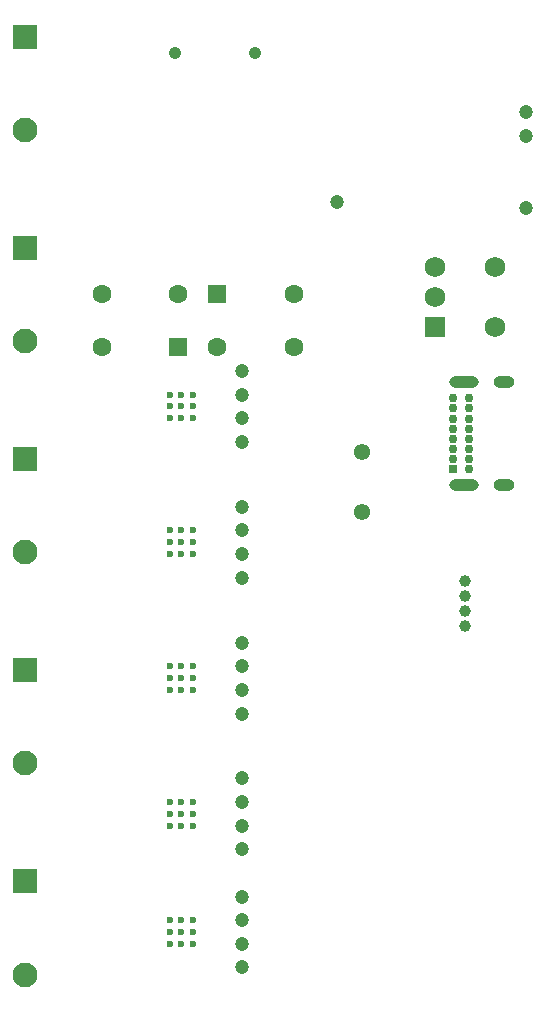
<source format=gbs>
G04*
G04 #@! TF.GenerationSoftware,Altium Limited,Altium Designer,25.3.3 (18)*
G04*
G04 Layer_Color=16711935*
%FSLAX44Y44*%
%MOMM*%
G71*
G04*
G04 #@! TF.SameCoordinates,E74E417C-EFC3-4B03-BFDF-08B39AB8E956*
G04*
G04*
G04 #@! TF.FilePolarity,Negative*
G04*
G01*
G75*
%ADD77C,1.0500*%
%ADD78C,2.1000*%
%ADD79R,2.1000X2.1000*%
%ADD80C,0.7500*%
%ADD81R,0.7500X0.7500*%
%ADD82O,2.5000X1.0000*%
%ADD83O,1.8000X1.0000*%
%ADD84C,0.6000*%
%ADD85C,1.7350*%
%ADD86R,1.7350X1.7350*%
%ADD87C,1.2000*%
%ADD88C,1.0000*%
%ADD89R,1.6080X1.6080*%
%ADD90C,1.6080*%
%ADD91C,1.3800*%
D77*
X258556Y804620D02*
D03*
X190556D02*
D03*
D78*
X64000Y24000D02*
D03*
Y202750D02*
D03*
Y381501D02*
D03*
Y560250D02*
D03*
Y739000D02*
D03*
D79*
Y103000D02*
D03*
Y281750D02*
D03*
Y460500D02*
D03*
Y639250D02*
D03*
Y818000D02*
D03*
D80*
X439250Y486250D02*
D03*
X425750Y477750D02*
D03*
X439250D02*
D03*
X425750Y486250D02*
D03*
X439250Y494750D02*
D03*
X425750Y469250D02*
D03*
X439250Y460750D02*
D03*
Y503250D02*
D03*
X425750D02*
D03*
Y460750D02*
D03*
X439250Y452250D02*
D03*
Y511750D02*
D03*
X425750D02*
D03*
X439250Y469250D02*
D03*
X425750Y494750D02*
D03*
D81*
Y452250D02*
D03*
D82*
X435550Y525250D02*
D03*
Y438750D02*
D03*
D83*
X469350Y525250D02*
D03*
Y438750D02*
D03*
D84*
X196000Y390000D02*
D03*
X206000Y380000D02*
D03*
X196000D02*
D03*
X186000D02*
D03*
X206000Y390000D02*
D03*
Y400000D02*
D03*
X196000D02*
D03*
X186000D02*
D03*
Y390000D02*
D03*
X186000Y275000D02*
D03*
Y285000D02*
D03*
X196000D02*
D03*
X206000D02*
D03*
Y275000D02*
D03*
X186000Y265000D02*
D03*
X196000D02*
D03*
X206000D02*
D03*
X196000Y275000D02*
D03*
X186000Y160000D02*
D03*
Y170000D02*
D03*
X196000D02*
D03*
X206000D02*
D03*
Y160000D02*
D03*
X186000Y150000D02*
D03*
X196000D02*
D03*
X206000D02*
D03*
X196000Y160000D02*
D03*
X186000Y60000D02*
D03*
Y70000D02*
D03*
X196000D02*
D03*
X206000D02*
D03*
Y60000D02*
D03*
X186000Y50000D02*
D03*
X196000D02*
D03*
X206000D02*
D03*
X196000Y60000D02*
D03*
X196000Y505000D02*
D03*
X206000Y495000D02*
D03*
X196000D02*
D03*
X186000D02*
D03*
X206000Y505000D02*
D03*
Y515000D02*
D03*
X196000D02*
D03*
X186000D02*
D03*
Y505000D02*
D03*
D85*
X462000Y623400D02*
D03*
Y572600D02*
D03*
X411200Y623400D02*
D03*
Y598000D02*
D03*
D86*
Y572600D02*
D03*
D87*
X247000Y130000D02*
D03*
X247000Y150000D02*
D03*
X247000Y170000D02*
D03*
Y190000D02*
D03*
X247000Y245000D02*
D03*
X247000Y265000D02*
D03*
X247000Y285000D02*
D03*
Y305000D02*
D03*
X247000Y360000D02*
D03*
X247000Y380000D02*
D03*
X247000Y400000D02*
D03*
Y420000D02*
D03*
X247000Y475000D02*
D03*
Y515000D02*
D03*
Y535000D02*
D03*
X247000Y495000D02*
D03*
X328000Y678000D02*
D03*
X488000Y673000D02*
D03*
X488000Y734000D02*
D03*
X488000Y754000D02*
D03*
X247000Y30000D02*
D03*
X247000Y50000D02*
D03*
X247000Y70000D02*
D03*
Y90000D02*
D03*
D88*
X436000Y319300D02*
D03*
Y332000D02*
D03*
Y344700D02*
D03*
Y357400D02*
D03*
D89*
X193500Y555500D02*
D03*
X226500Y600500D02*
D03*
D90*
X128500Y555500D02*
D03*
X193500Y600500D02*
D03*
X128500D02*
D03*
X291500Y555500D02*
D03*
X226500D02*
D03*
X291500Y600500D02*
D03*
D91*
X349000Y416000D02*
D03*
Y466000D02*
D03*
M02*

</source>
